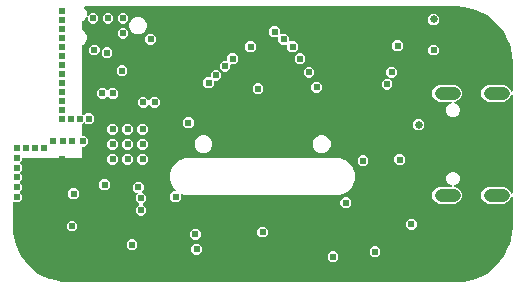
<source format=gbr>
G04 EAGLE Gerber RS-274X export*
G75*
%MOMM*%
%FSLAX34Y34*%
%LPD*%
%INEAGLE Copper Layer 15*%
%IPPOS*%
%AMOC8*
5,1,8,0,0,1.08239X$1,22.5*%
G01*
%ADD10C,1.108000*%
%ADD11C,0.604800*%
%ADD12C,1.108000*%
%ADD13C,0.654800*%

G36*
X165016Y-116695D02*
X165016Y-116695D01*
X165043Y-116696D01*
X170186Y-116407D01*
X170217Y-116400D01*
X170313Y-116389D01*
X180341Y-114100D01*
X180342Y-114100D01*
X180344Y-114100D01*
X180502Y-114044D01*
X189770Y-109581D01*
X189771Y-109580D01*
X189772Y-109580D01*
X189914Y-109490D01*
X197956Y-103077D01*
X197957Y-103076D01*
X197958Y-103075D01*
X198077Y-102956D01*
X204490Y-94914D01*
X204491Y-94913D01*
X204492Y-94912D01*
X204581Y-94770D01*
X209044Y-85502D01*
X209045Y-85501D01*
X209045Y-85500D01*
X209100Y-85341D01*
X211389Y-75313D01*
X211391Y-75281D01*
X211407Y-75186D01*
X211696Y-70043D01*
X211694Y-70026D01*
X211697Y-70000D01*
X211697Y-45095D01*
X211682Y-44998D01*
X211672Y-44901D01*
X211662Y-44878D01*
X211658Y-44852D01*
X211612Y-44766D01*
X211572Y-44677D01*
X211555Y-44657D01*
X211542Y-44634D01*
X211472Y-44567D01*
X211406Y-44496D01*
X211383Y-44483D01*
X211364Y-44465D01*
X211276Y-44424D01*
X211190Y-44377D01*
X211165Y-44372D01*
X211141Y-44361D01*
X211044Y-44351D01*
X210948Y-44333D01*
X210922Y-44337D01*
X210897Y-44334D01*
X210801Y-44355D01*
X210705Y-44369D01*
X210682Y-44381D01*
X210656Y-44387D01*
X210573Y-44436D01*
X210486Y-44481D01*
X210467Y-44499D01*
X210445Y-44513D01*
X210382Y-44587D01*
X210314Y-44656D01*
X210298Y-44685D01*
X210285Y-44700D01*
X210273Y-44730D01*
X210233Y-44803D01*
X209239Y-47202D01*
X207252Y-49189D01*
X204655Y-50265D01*
X190765Y-50265D01*
X188168Y-49189D01*
X186181Y-47202D01*
X185105Y-44605D01*
X185105Y-41795D01*
X186181Y-39198D01*
X188168Y-37211D01*
X190765Y-36135D01*
X204655Y-36135D01*
X207252Y-37211D01*
X209239Y-39198D01*
X210233Y-41597D01*
X210284Y-41680D01*
X210330Y-41766D01*
X210348Y-41784D01*
X210362Y-41806D01*
X210438Y-41868D01*
X210508Y-41935D01*
X210532Y-41946D01*
X210552Y-41963D01*
X210643Y-41998D01*
X210731Y-42039D01*
X210757Y-42041D01*
X210781Y-42051D01*
X210879Y-42055D01*
X210975Y-42066D01*
X211001Y-42060D01*
X211027Y-42061D01*
X211121Y-42034D01*
X211216Y-42013D01*
X211238Y-42000D01*
X211263Y-41993D01*
X211343Y-41937D01*
X211427Y-41887D01*
X211444Y-41867D01*
X211465Y-41852D01*
X211524Y-41774D01*
X211587Y-41700D01*
X211597Y-41676D01*
X211612Y-41655D01*
X211642Y-41563D01*
X211679Y-41472D01*
X211682Y-41440D01*
X211688Y-41421D01*
X211688Y-41388D01*
X211697Y-41305D01*
X211697Y41305D01*
X211682Y41402D01*
X211672Y41499D01*
X211662Y41522D01*
X211658Y41548D01*
X211612Y41634D01*
X211572Y41723D01*
X211555Y41743D01*
X211542Y41766D01*
X211472Y41833D01*
X211406Y41904D01*
X211383Y41917D01*
X211364Y41935D01*
X211276Y41976D01*
X211190Y42023D01*
X211165Y42028D01*
X211141Y42039D01*
X211044Y42049D01*
X210948Y42067D01*
X210922Y42063D01*
X210897Y42066D01*
X210801Y42045D01*
X210705Y42031D01*
X210682Y42019D01*
X210656Y42013D01*
X210573Y41964D01*
X210486Y41919D01*
X210467Y41901D01*
X210445Y41887D01*
X210382Y41813D01*
X210314Y41744D01*
X210298Y41715D01*
X210285Y41700D01*
X210273Y41670D01*
X210233Y41597D01*
X209239Y39198D01*
X207252Y37211D01*
X204655Y36135D01*
X190765Y36135D01*
X188168Y37211D01*
X186181Y39198D01*
X185105Y41795D01*
X185105Y44605D01*
X186181Y47202D01*
X188168Y49189D01*
X190765Y50265D01*
X204655Y50265D01*
X207252Y49189D01*
X209239Y47202D01*
X210233Y44803D01*
X210284Y44720D01*
X210330Y44634D01*
X210348Y44616D01*
X210362Y44594D01*
X210438Y44532D01*
X210508Y44465D01*
X210532Y44454D01*
X210552Y44437D01*
X210643Y44402D01*
X210731Y44361D01*
X210757Y44359D01*
X210781Y44349D01*
X210879Y44345D01*
X210975Y44334D01*
X211001Y44340D01*
X211027Y44339D01*
X211121Y44366D01*
X211216Y44387D01*
X211238Y44400D01*
X211263Y44407D01*
X211343Y44463D01*
X211427Y44513D01*
X211444Y44533D01*
X211465Y44548D01*
X211524Y44626D01*
X211587Y44700D01*
X211597Y44724D01*
X211612Y44745D01*
X211642Y44837D01*
X211679Y44928D01*
X211682Y44960D01*
X211688Y44979D01*
X211688Y45012D01*
X211697Y45095D01*
X211697Y70000D01*
X211695Y70016D01*
X211696Y70043D01*
X211407Y75186D01*
X211400Y75217D01*
X211389Y75313D01*
X209100Y85341D01*
X209100Y85342D01*
X209100Y85344D01*
X209044Y85502D01*
X204581Y94770D01*
X204580Y94771D01*
X204580Y94772D01*
X204490Y94914D01*
X198077Y102956D01*
X198076Y102957D01*
X198075Y102958D01*
X197956Y103077D01*
X189914Y109490D01*
X189913Y109491D01*
X189912Y109492D01*
X189770Y109581D01*
X180502Y114044D01*
X180501Y114045D01*
X180500Y114045D01*
X180341Y114100D01*
X177695Y114704D01*
X174360Y115466D01*
X171025Y116227D01*
X170313Y116389D01*
X170281Y116391D01*
X170186Y116407D01*
X165043Y116696D01*
X165026Y116694D01*
X165000Y116697D01*
X-150269Y116697D01*
X-150340Y116686D01*
X-150411Y116684D01*
X-150460Y116666D01*
X-150512Y116658D01*
X-150575Y116624D01*
X-150642Y116599D01*
X-150683Y116567D01*
X-150729Y116542D01*
X-150778Y116490D01*
X-150834Y116446D01*
X-150862Y116402D01*
X-150898Y116364D01*
X-150929Y116299D01*
X-150967Y116239D01*
X-150980Y116188D01*
X-151002Y116141D01*
X-151010Y116070D01*
X-151027Y116000D01*
X-151023Y115948D01*
X-151029Y115897D01*
X-151014Y115826D01*
X-151008Y115755D01*
X-150988Y115707D01*
X-150977Y115656D01*
X-150940Y115595D01*
X-150912Y115529D01*
X-150867Y115473D01*
X-150851Y115445D01*
X-150833Y115430D01*
X-150807Y115398D01*
X-150029Y114620D01*
X-148919Y111940D01*
X-148919Y109541D01*
X-148908Y109471D01*
X-148906Y109399D01*
X-148888Y109350D01*
X-148880Y109299D01*
X-148846Y109235D01*
X-148821Y109168D01*
X-148789Y109127D01*
X-148764Y109081D01*
X-148712Y109032D01*
X-148668Y108976D01*
X-148624Y108948D01*
X-148586Y108912D01*
X-148521Y108882D01*
X-148461Y108843D01*
X-148410Y108830D01*
X-148363Y108808D01*
X-148292Y108800D01*
X-148222Y108783D01*
X-148170Y108787D01*
X-148119Y108781D01*
X-148048Y108796D01*
X-147977Y108802D01*
X-147929Y108822D01*
X-147878Y108833D01*
X-147817Y108870D01*
X-147751Y108898D01*
X-147695Y108943D01*
X-147667Y108960D01*
X-147652Y108977D01*
X-147620Y109003D01*
X-145394Y111229D01*
X-141626Y111229D01*
X-138961Y108564D01*
X-138961Y104796D01*
X-141626Y102131D01*
X-145394Y102131D01*
X-148059Y104796D01*
X-148059Y107290D01*
X-148074Y107386D01*
X-148084Y107483D01*
X-148094Y107507D01*
X-148098Y107533D01*
X-148144Y107619D01*
X-148184Y107708D01*
X-148201Y107727D01*
X-148214Y107750D01*
X-148284Y107817D01*
X-148350Y107889D01*
X-148373Y107902D01*
X-148392Y107920D01*
X-148480Y107961D01*
X-148566Y108008D01*
X-148591Y108012D01*
X-148615Y108023D01*
X-148712Y108034D01*
X-148808Y108051D01*
X-148834Y108048D01*
X-148859Y108051D01*
X-148955Y108030D01*
X-149051Y108016D01*
X-149074Y108004D01*
X-149100Y107998D01*
X-149183Y107948D01*
X-149270Y107904D01*
X-149289Y107885D01*
X-149311Y107872D01*
X-149374Y107798D01*
X-149442Y107729D01*
X-149458Y107700D01*
X-149471Y107685D01*
X-149483Y107654D01*
X-149523Y107582D01*
X-150029Y106360D01*
X-152080Y104309D01*
X-152691Y104056D01*
X-152791Y103994D01*
X-152891Y103935D01*
X-152895Y103930D01*
X-152900Y103926D01*
X-152975Y103836D01*
X-153051Y103748D01*
X-153053Y103742D01*
X-153057Y103737D01*
X-153099Y103628D01*
X-153143Y103519D01*
X-153144Y103512D01*
X-153145Y103507D01*
X-153146Y103489D01*
X-153161Y103353D01*
X-153161Y97307D01*
X-153142Y97193D01*
X-153125Y97076D01*
X-153123Y97071D01*
X-153122Y97064D01*
X-153067Y96962D01*
X-153014Y96857D01*
X-153009Y96853D01*
X-153006Y96847D01*
X-152922Y96767D01*
X-152838Y96685D01*
X-152832Y96681D01*
X-152828Y96678D01*
X-152811Y96670D01*
X-152691Y96604D01*
X-152080Y96351D01*
X-150029Y94300D01*
X-148919Y91620D01*
X-148919Y88720D01*
X-150029Y86040D01*
X-152080Y83989D01*
X-152691Y83736D01*
X-152791Y83674D01*
X-152891Y83615D01*
X-152895Y83610D01*
X-152900Y83606D01*
X-152975Y83516D01*
X-153051Y83428D01*
X-153053Y83422D01*
X-153057Y83417D01*
X-153099Y83308D01*
X-153143Y83199D01*
X-153144Y83192D01*
X-153145Y83187D01*
X-153146Y83169D01*
X-153161Y83033D01*
X-153161Y26559D01*
X-153147Y26469D01*
X-153139Y26378D01*
X-153127Y26349D01*
X-153122Y26317D01*
X-153079Y26236D01*
X-153043Y26152D01*
X-153017Y26120D01*
X-153006Y26099D01*
X-152983Y26077D01*
X-152938Y26021D01*
X-151668Y24751D01*
X-151652Y24740D01*
X-151640Y24724D01*
X-151552Y24668D01*
X-151469Y24608D01*
X-151450Y24602D01*
X-151433Y24591D01*
X-151332Y24566D01*
X-151233Y24535D01*
X-151214Y24536D01*
X-151194Y24531D01*
X-151091Y24539D01*
X-150988Y24542D01*
X-150969Y24549D01*
X-150949Y24550D01*
X-150854Y24590D01*
X-150757Y24626D01*
X-150741Y24639D01*
X-150723Y24646D01*
X-150592Y24751D01*
X-149204Y26139D01*
X-145436Y26139D01*
X-142771Y23474D01*
X-142771Y19706D01*
X-145436Y17041D01*
X-149204Y17041D01*
X-150592Y18429D01*
X-150608Y18440D01*
X-150620Y18456D01*
X-150708Y18512D01*
X-150791Y18572D01*
X-150810Y18578D01*
X-150827Y18589D01*
X-150928Y18614D01*
X-151027Y18645D01*
X-151046Y18644D01*
X-151066Y18649D01*
X-151169Y18641D01*
X-151272Y18638D01*
X-151291Y18631D01*
X-151311Y18630D01*
X-151406Y18590D01*
X-151503Y18554D01*
X-151519Y18541D01*
X-151537Y18534D01*
X-151668Y18429D01*
X-152938Y17159D01*
X-152991Y17085D01*
X-153051Y17015D01*
X-153063Y16985D01*
X-153082Y16959D01*
X-153109Y16872D01*
X-153143Y16787D01*
X-153147Y16746D01*
X-153154Y16724D01*
X-153153Y16692D01*
X-153161Y16621D01*
X-153161Y7930D01*
X-153158Y7910D01*
X-153160Y7891D01*
X-153138Y7789D01*
X-153122Y7687D01*
X-153112Y7670D01*
X-153108Y7650D01*
X-153055Y7561D01*
X-153006Y7470D01*
X-152992Y7456D01*
X-152982Y7439D01*
X-152903Y7372D01*
X-152828Y7300D01*
X-152810Y7292D01*
X-152795Y7279D01*
X-152699Y7240D01*
X-152605Y7197D01*
X-152585Y7195D01*
X-152567Y7187D01*
X-152400Y7169D01*
X-150516Y7169D01*
X-147851Y4504D01*
X-147851Y736D01*
X-150516Y-1929D01*
X-152400Y-1929D01*
X-152420Y-1932D01*
X-152439Y-1930D01*
X-152541Y-1952D01*
X-152643Y-1968D01*
X-152660Y-1978D01*
X-152680Y-1982D01*
X-152769Y-2035D01*
X-152860Y-2084D01*
X-152874Y-2098D01*
X-152891Y-2108D01*
X-152958Y-2187D01*
X-153030Y-2262D01*
X-153038Y-2280D01*
X-153051Y-2295D01*
X-153090Y-2391D01*
X-153133Y-2485D01*
X-153135Y-2505D01*
X-153143Y-2523D01*
X-153161Y-2690D01*
X-153161Y-11939D01*
X-202970Y-11939D01*
X-202990Y-11942D01*
X-203009Y-11940D01*
X-203111Y-11962D01*
X-203213Y-11979D01*
X-203230Y-11988D01*
X-203250Y-11992D01*
X-203339Y-12045D01*
X-203430Y-12094D01*
X-203444Y-12108D01*
X-203461Y-12118D01*
X-203528Y-12197D01*
X-203600Y-12272D01*
X-203608Y-12290D01*
X-203621Y-12305D01*
X-203660Y-12401D01*
X-203703Y-12495D01*
X-203705Y-12515D01*
X-203713Y-12533D01*
X-203731Y-12700D01*
X-203731Y-13314D01*
X-205436Y-15019D01*
X-205448Y-15035D01*
X-205464Y-15048D01*
X-205520Y-15135D01*
X-205580Y-15219D01*
X-205586Y-15238D01*
X-205597Y-15255D01*
X-205622Y-15355D01*
X-205652Y-15454D01*
X-205652Y-15474D01*
X-205657Y-15493D01*
X-205649Y-15596D01*
X-205646Y-15700D01*
X-205639Y-15719D01*
X-205637Y-15738D01*
X-205597Y-15833D01*
X-205561Y-15931D01*
X-205549Y-15947D01*
X-205541Y-15965D01*
X-205436Y-16096D01*
X-203731Y-17801D01*
X-203731Y-21569D01*
X-205436Y-23274D01*
X-205448Y-23290D01*
X-205464Y-23303D01*
X-205520Y-23390D01*
X-205580Y-23474D01*
X-205586Y-23493D01*
X-205597Y-23510D01*
X-205622Y-23610D01*
X-205652Y-23709D01*
X-205652Y-23729D01*
X-205657Y-23748D01*
X-205649Y-23851D01*
X-205646Y-23955D01*
X-205639Y-23974D01*
X-205637Y-23993D01*
X-205597Y-24087D01*
X-205594Y-24105D01*
X-205587Y-24116D01*
X-205561Y-24186D01*
X-205549Y-24202D01*
X-205541Y-24220D01*
X-205477Y-24300D01*
X-205468Y-24316D01*
X-205458Y-24324D01*
X-205436Y-24351D01*
X-203731Y-26056D01*
X-203731Y-29824D01*
X-205436Y-31529D01*
X-205448Y-31545D01*
X-205464Y-31558D01*
X-205520Y-31645D01*
X-205580Y-31729D01*
X-205586Y-31748D01*
X-205597Y-31765D01*
X-205622Y-31865D01*
X-205652Y-31964D01*
X-205652Y-31984D01*
X-205657Y-32003D01*
X-205649Y-32106D01*
X-205646Y-32210D01*
X-205639Y-32229D01*
X-205637Y-32248D01*
X-205597Y-32343D01*
X-205561Y-32441D01*
X-205549Y-32457D01*
X-205541Y-32475D01*
X-205436Y-32606D01*
X-203731Y-34311D01*
X-203731Y-38079D01*
X-205436Y-39784D01*
X-205448Y-39800D01*
X-205464Y-39813D01*
X-205520Y-39900D01*
X-205580Y-39984D01*
X-205586Y-40003D01*
X-205597Y-40020D01*
X-205622Y-40120D01*
X-205652Y-40219D01*
X-205652Y-40239D01*
X-205657Y-40258D01*
X-205649Y-40361D01*
X-205646Y-40465D01*
X-205639Y-40484D01*
X-205637Y-40503D01*
X-205597Y-40598D01*
X-205561Y-40696D01*
X-205549Y-40712D01*
X-205541Y-40730D01*
X-205436Y-40861D01*
X-203731Y-42566D01*
X-203731Y-46334D01*
X-206396Y-48999D01*
X-210164Y-48999D01*
X-210398Y-48765D01*
X-210456Y-48723D01*
X-210508Y-48674D01*
X-210555Y-48652D01*
X-210597Y-48622D01*
X-210666Y-48601D01*
X-210731Y-48570D01*
X-210783Y-48565D01*
X-210833Y-48549D01*
X-210904Y-48551D01*
X-210975Y-48543D01*
X-211026Y-48554D01*
X-211078Y-48556D01*
X-211146Y-48580D01*
X-211216Y-48595D01*
X-211261Y-48622D01*
X-211309Y-48640D01*
X-211365Y-48685D01*
X-211427Y-48722D01*
X-211461Y-48761D01*
X-211501Y-48794D01*
X-211540Y-48854D01*
X-211587Y-48909D01*
X-211606Y-48957D01*
X-211634Y-49001D01*
X-211652Y-49070D01*
X-211679Y-49137D01*
X-211687Y-49208D01*
X-211695Y-49239D01*
X-211693Y-49262D01*
X-211697Y-49303D01*
X-211697Y-70000D01*
X-211695Y-70016D01*
X-211696Y-70043D01*
X-211407Y-75186D01*
X-211400Y-75217D01*
X-211389Y-75313D01*
X-209100Y-85341D01*
X-209100Y-85342D01*
X-209100Y-85344D01*
X-209044Y-85502D01*
X-204581Y-94770D01*
X-204580Y-94771D01*
X-204580Y-94772D01*
X-204490Y-94914D01*
X-198077Y-102956D01*
X-198076Y-102957D01*
X-198075Y-102958D01*
X-197956Y-103077D01*
X-189914Y-109490D01*
X-189913Y-109491D01*
X-189912Y-109492D01*
X-189770Y-109581D01*
X-180502Y-114044D01*
X-180501Y-114045D01*
X-180500Y-114045D01*
X-180341Y-114100D01*
X-179050Y-114395D01*
X-175715Y-115156D01*
X-172380Y-115918D01*
X-170313Y-116389D01*
X-170281Y-116391D01*
X-170186Y-116407D01*
X-165043Y-116696D01*
X-165026Y-116694D01*
X-165000Y-116697D01*
X165000Y-116697D01*
X165016Y-116695D01*
G37*
%LPC*%
G36*
X-75544Y-48999D02*
X-75544Y-48999D01*
X-78209Y-46334D01*
X-78209Y-42566D01*
X-75544Y-39901D01*
X-74105Y-39901D01*
X-74035Y-39890D01*
X-73963Y-39888D01*
X-73914Y-39870D01*
X-73863Y-39862D01*
X-73799Y-39828D01*
X-73732Y-39803D01*
X-73691Y-39771D01*
X-73645Y-39746D01*
X-73596Y-39694D01*
X-73540Y-39650D01*
X-73512Y-39606D01*
X-73476Y-39568D01*
X-73446Y-39503D01*
X-73407Y-39443D01*
X-73394Y-39392D01*
X-73372Y-39345D01*
X-73364Y-39274D01*
X-73347Y-39204D01*
X-73351Y-39152D01*
X-73345Y-39101D01*
X-73360Y-39030D01*
X-73366Y-38959D01*
X-73386Y-38911D01*
X-73397Y-38860D01*
X-73434Y-38799D01*
X-73462Y-38733D01*
X-73507Y-38677D01*
X-73524Y-38649D01*
X-73541Y-38634D01*
X-73567Y-38602D01*
X-75789Y-36380D01*
X-78176Y-30618D01*
X-78176Y-24382D01*
X-75789Y-18620D01*
X-71380Y-14211D01*
X-65618Y-11824D01*
X65618Y-11824D01*
X71380Y-14211D01*
X75789Y-18620D01*
X78176Y-24382D01*
X78176Y-30618D01*
X75789Y-36380D01*
X71380Y-40789D01*
X65618Y-43176D01*
X-65618Y-43176D01*
X-68059Y-42165D01*
X-68103Y-42154D01*
X-68145Y-42135D01*
X-68222Y-42126D01*
X-68298Y-42109D01*
X-68344Y-42113D01*
X-68389Y-42108D01*
X-68466Y-42124D01*
X-68543Y-42132D01*
X-68585Y-42150D01*
X-68630Y-42160D01*
X-68697Y-42200D01*
X-68768Y-42232D01*
X-68802Y-42263D01*
X-68841Y-42286D01*
X-68892Y-42345D01*
X-68949Y-42398D01*
X-68971Y-42438D01*
X-69001Y-42473D01*
X-69030Y-42545D01*
X-69067Y-42614D01*
X-69076Y-42659D01*
X-69093Y-42701D01*
X-69108Y-42838D01*
X-69111Y-42856D01*
X-69110Y-42861D01*
X-69111Y-42868D01*
X-69111Y-46334D01*
X-71776Y-48999D01*
X-75544Y-48999D01*
G37*
%LPD*%
%LPC*%
G36*
X149265Y-50265D02*
X149265Y-50265D01*
X146668Y-49189D01*
X144681Y-47202D01*
X143605Y-44605D01*
X143605Y-41795D01*
X144681Y-39198D01*
X146668Y-37211D01*
X149265Y-36135D01*
X159719Y-36135D01*
X159815Y-36120D01*
X159912Y-36110D01*
X159935Y-36100D01*
X159961Y-36096D01*
X160047Y-36050D01*
X160136Y-36010D01*
X160156Y-35993D01*
X160179Y-35980D01*
X160246Y-35910D01*
X160317Y-35844D01*
X160330Y-35821D01*
X160348Y-35802D01*
X160389Y-35714D01*
X160436Y-35628D01*
X160441Y-35603D01*
X160452Y-35579D01*
X160462Y-35482D01*
X160480Y-35386D01*
X160476Y-35360D01*
X160479Y-35335D01*
X160458Y-35239D01*
X160444Y-35143D01*
X160432Y-35120D01*
X160426Y-35094D01*
X160377Y-35011D01*
X160332Y-34924D01*
X160314Y-34905D01*
X160300Y-34883D01*
X160226Y-34820D01*
X160157Y-34752D01*
X160128Y-34736D01*
X160113Y-34723D01*
X160083Y-34711D01*
X160010Y-34671D01*
X157930Y-33809D01*
X156301Y-32180D01*
X155419Y-30052D01*
X155419Y-27748D01*
X156301Y-25620D01*
X157930Y-23991D01*
X160058Y-23109D01*
X162362Y-23109D01*
X164490Y-23991D01*
X166119Y-25620D01*
X167001Y-27748D01*
X167001Y-30052D01*
X166119Y-32180D01*
X164490Y-33809D01*
X162410Y-34671D01*
X162327Y-34722D01*
X162241Y-34768D01*
X162223Y-34786D01*
X162201Y-34800D01*
X162139Y-34876D01*
X162072Y-34946D01*
X162061Y-34970D01*
X162044Y-34990D01*
X162009Y-35081D01*
X161968Y-35169D01*
X161965Y-35195D01*
X161956Y-35219D01*
X161952Y-35317D01*
X161941Y-35413D01*
X161947Y-35439D01*
X161946Y-35465D01*
X161973Y-35559D01*
X161994Y-35654D01*
X162007Y-35676D01*
X162014Y-35701D01*
X162070Y-35781D01*
X162120Y-35865D01*
X162140Y-35882D01*
X162154Y-35903D01*
X162233Y-35962D01*
X162307Y-36025D01*
X162331Y-36035D01*
X162352Y-36050D01*
X162444Y-36080D01*
X162535Y-36117D01*
X162567Y-36120D01*
X162586Y-36126D01*
X162619Y-36126D01*
X162701Y-36135D01*
X163155Y-36135D01*
X165752Y-37211D01*
X167739Y-39198D01*
X168815Y-41795D01*
X168815Y-44605D01*
X167739Y-47202D01*
X165752Y-49189D01*
X163155Y-50265D01*
X149265Y-50265D01*
G37*
%LPD*%
%LPC*%
G36*
X160058Y23109D02*
X160058Y23109D01*
X157930Y23991D01*
X156301Y25620D01*
X155419Y27748D01*
X155419Y30052D01*
X156301Y32180D01*
X157930Y33809D01*
X160010Y34671D01*
X160093Y34722D01*
X160179Y34768D01*
X160197Y34786D01*
X160219Y34800D01*
X160281Y34876D01*
X160348Y34946D01*
X160359Y34970D01*
X160376Y34990D01*
X160411Y35081D01*
X160452Y35169D01*
X160455Y35195D01*
X160464Y35219D01*
X160468Y35317D01*
X160479Y35413D01*
X160473Y35439D01*
X160474Y35465D01*
X160447Y35559D01*
X160426Y35654D01*
X160413Y35676D01*
X160406Y35701D01*
X160350Y35781D01*
X160300Y35865D01*
X160280Y35882D01*
X160266Y35903D01*
X160187Y35962D01*
X160113Y36025D01*
X160089Y36035D01*
X160068Y36050D01*
X159976Y36080D01*
X159885Y36117D01*
X159853Y36120D01*
X159834Y36126D01*
X159801Y36126D01*
X159719Y36135D01*
X149265Y36135D01*
X146668Y37211D01*
X144681Y39198D01*
X143605Y41795D01*
X143605Y44605D01*
X144681Y47202D01*
X146668Y49189D01*
X149265Y50265D01*
X163155Y50265D01*
X165752Y49189D01*
X167739Y47202D01*
X168815Y44605D01*
X168815Y41795D01*
X167739Y39198D01*
X165752Y37211D01*
X163155Y36135D01*
X162701Y36135D01*
X162605Y36120D01*
X162508Y36110D01*
X162485Y36100D01*
X162459Y36096D01*
X162373Y36050D01*
X162284Y36010D01*
X162264Y35993D01*
X162241Y35980D01*
X162174Y35910D01*
X162103Y35844D01*
X162090Y35821D01*
X162072Y35802D01*
X162031Y35714D01*
X161984Y35628D01*
X161979Y35603D01*
X161968Y35579D01*
X161958Y35482D01*
X161940Y35386D01*
X161944Y35360D01*
X161941Y35335D01*
X161962Y35239D01*
X161976Y35143D01*
X161988Y35120D01*
X161994Y35094D01*
X162043Y35011D01*
X162088Y34924D01*
X162106Y34905D01*
X162120Y34883D01*
X162194Y34820D01*
X162263Y34752D01*
X162292Y34736D01*
X162307Y34723D01*
X162337Y34711D01*
X162410Y34671D01*
X164490Y33809D01*
X166119Y32180D01*
X167001Y30052D01*
X167001Y27748D01*
X166119Y25620D01*
X164490Y23991D01*
X162362Y23109D01*
X160058Y23109D01*
G37*
%LPD*%
%LPC*%
G36*
X23516Y78001D02*
X23516Y78001D01*
X20851Y80666D01*
X20851Y83701D01*
X20840Y83771D01*
X20838Y83843D01*
X20820Y83892D01*
X20812Y83943D01*
X20778Y84007D01*
X20753Y84074D01*
X20721Y84115D01*
X20696Y84161D01*
X20644Y84210D01*
X20600Y84266D01*
X20556Y84294D01*
X20518Y84330D01*
X20453Y84360D01*
X20393Y84399D01*
X20342Y84412D01*
X20295Y84434D01*
X20224Y84442D01*
X20154Y84459D01*
X20102Y84455D01*
X20051Y84461D01*
X19980Y84446D01*
X19909Y84440D01*
X19861Y84420D01*
X19810Y84409D01*
X19749Y84372D01*
X19701Y84351D01*
X15896Y84351D01*
X13231Y87016D01*
X13231Y90051D01*
X13220Y90121D01*
X13218Y90193D01*
X13200Y90242D01*
X13192Y90293D01*
X13158Y90357D01*
X13133Y90424D01*
X13101Y90465D01*
X13076Y90511D01*
X13024Y90560D01*
X12980Y90616D01*
X12936Y90644D01*
X12898Y90680D01*
X12833Y90710D01*
X12773Y90749D01*
X12722Y90762D01*
X12675Y90784D01*
X12604Y90792D01*
X12534Y90809D01*
X12482Y90805D01*
X12431Y90811D01*
X12360Y90796D01*
X12289Y90790D01*
X12241Y90770D01*
X12190Y90759D01*
X12129Y90722D01*
X12081Y90701D01*
X8276Y90701D01*
X5611Y93366D01*
X5611Y97134D01*
X8276Y99799D01*
X12044Y99799D01*
X14709Y97134D01*
X14709Y94099D01*
X14720Y94029D01*
X14722Y93957D01*
X14740Y93908D01*
X14748Y93857D01*
X14782Y93793D01*
X14807Y93726D01*
X14839Y93685D01*
X14864Y93639D01*
X14916Y93590D01*
X14960Y93534D01*
X15004Y93506D01*
X15042Y93470D01*
X15107Y93440D01*
X15167Y93401D01*
X15218Y93388D01*
X15265Y93366D01*
X15336Y93358D01*
X15406Y93341D01*
X15458Y93345D01*
X15509Y93339D01*
X15580Y93354D01*
X15651Y93360D01*
X15699Y93380D01*
X15750Y93391D01*
X15811Y93428D01*
X15859Y93449D01*
X19664Y93449D01*
X22329Y90784D01*
X22329Y87749D01*
X22340Y87679D01*
X22342Y87607D01*
X22360Y87558D01*
X22368Y87507D01*
X22402Y87443D01*
X22427Y87376D01*
X22459Y87335D01*
X22484Y87289D01*
X22536Y87240D01*
X22580Y87184D01*
X22624Y87156D01*
X22662Y87120D01*
X22727Y87090D01*
X22787Y87051D01*
X22838Y87038D01*
X22885Y87016D01*
X22956Y87008D01*
X23026Y86991D01*
X23078Y86995D01*
X23129Y86989D01*
X23200Y87004D01*
X23271Y87010D01*
X23319Y87030D01*
X23370Y87041D01*
X23431Y87078D01*
X23479Y87099D01*
X27284Y87099D01*
X29949Y84434D01*
X29949Y80666D01*
X27284Y78001D01*
X23516Y78001D01*
G37*
%LPD*%
%LPC*%
G36*
X-104754Y-60429D02*
X-104754Y-60429D01*
X-107419Y-57764D01*
X-107419Y-53996D01*
X-104761Y-51338D01*
X-104750Y-51322D01*
X-104734Y-51310D01*
X-104678Y-51222D01*
X-104618Y-51139D01*
X-104612Y-51120D01*
X-104601Y-51103D01*
X-104576Y-51002D01*
X-104545Y-50903D01*
X-104546Y-50884D01*
X-104541Y-50864D01*
X-104549Y-50761D01*
X-104552Y-50658D01*
X-104559Y-50639D01*
X-104560Y-50619D01*
X-104600Y-50524D01*
X-104636Y-50427D01*
X-104649Y-50411D01*
X-104656Y-50393D01*
X-104761Y-50262D01*
X-107419Y-47604D01*
X-107419Y-43836D01*
X-106003Y-42420D01*
X-105961Y-42362D01*
X-105912Y-42310D01*
X-105890Y-42262D01*
X-105859Y-42220D01*
X-105838Y-42152D01*
X-105808Y-42087D01*
X-105802Y-42035D01*
X-105787Y-41985D01*
X-105789Y-41913D01*
X-105781Y-41842D01*
X-105792Y-41791D01*
X-105793Y-41739D01*
X-105818Y-41672D01*
X-105833Y-41602D01*
X-105860Y-41557D01*
X-105878Y-41508D01*
X-105923Y-41452D01*
X-105959Y-41391D01*
X-105999Y-41357D01*
X-106031Y-41316D01*
X-106092Y-41277D01*
X-106146Y-41231D01*
X-106195Y-41211D01*
X-106238Y-41183D01*
X-106308Y-41166D01*
X-106374Y-41139D01*
X-106446Y-41131D01*
X-106477Y-41123D01*
X-106500Y-41125D01*
X-106541Y-41120D01*
X-107036Y-41120D01*
X-109700Y-38456D01*
X-109700Y-34687D01*
X-107036Y-32023D01*
X-103267Y-32023D01*
X-100603Y-34687D01*
X-100603Y-38456D01*
X-102019Y-39872D01*
X-102061Y-39930D01*
X-102110Y-39982D01*
X-102132Y-40029D01*
X-102162Y-40071D01*
X-102183Y-40140D01*
X-102214Y-40205D01*
X-102219Y-40257D01*
X-102235Y-40307D01*
X-102233Y-40378D01*
X-102241Y-40449D01*
X-102230Y-40500D01*
X-102228Y-40552D01*
X-102204Y-40620D01*
X-102189Y-40690D01*
X-102162Y-40735D01*
X-102144Y-40783D01*
X-102099Y-40839D01*
X-102062Y-40901D01*
X-102023Y-40935D01*
X-101990Y-40975D01*
X-101930Y-41014D01*
X-101875Y-41061D01*
X-101827Y-41080D01*
X-101783Y-41108D01*
X-101714Y-41126D01*
X-101647Y-41153D01*
X-101576Y-41161D01*
X-101545Y-41169D01*
X-101522Y-41167D01*
X-101481Y-41171D01*
X-100986Y-41171D01*
X-98321Y-43836D01*
X-98321Y-47604D01*
X-100979Y-50262D01*
X-100990Y-50278D01*
X-101006Y-50290D01*
X-101062Y-50378D01*
X-101122Y-50461D01*
X-101128Y-50480D01*
X-101139Y-50497D01*
X-101164Y-50598D01*
X-101195Y-50697D01*
X-101194Y-50716D01*
X-101199Y-50736D01*
X-101191Y-50839D01*
X-101188Y-50942D01*
X-101181Y-50961D01*
X-101180Y-50981D01*
X-101140Y-51076D01*
X-101104Y-51173D01*
X-101091Y-51189D01*
X-101084Y-51207D01*
X-100979Y-51338D01*
X-98321Y-53996D01*
X-98321Y-57764D01*
X-100986Y-60429D01*
X-104754Y-60429D01*
G37*
%LPD*%
%LPC*%
G36*
X-51500Y-7541D02*
X-51500Y-7541D01*
X-54272Y-6393D01*
X-56393Y-4272D01*
X-57541Y-1500D01*
X-57541Y1500D01*
X-56393Y4272D01*
X-54272Y6393D01*
X-51500Y7541D01*
X-48500Y7541D01*
X-45728Y6393D01*
X-43607Y4272D01*
X-42459Y1500D01*
X-42459Y-1500D01*
X-43607Y-4272D01*
X-45728Y-6393D01*
X-48500Y-7541D01*
X-51500Y-7541D01*
G37*
%LPD*%
%LPC*%
G36*
X48500Y-7541D02*
X48500Y-7541D01*
X45728Y-6393D01*
X43607Y-4272D01*
X42459Y-1500D01*
X42459Y1500D01*
X43607Y4272D01*
X45728Y6393D01*
X48500Y7541D01*
X51500Y7541D01*
X54272Y6393D01*
X56393Y4272D01*
X57541Y1500D01*
X57541Y-1500D01*
X56393Y-4272D01*
X54272Y-6393D01*
X51500Y-7541D01*
X48500Y-7541D01*
G37*
%LPD*%
%LPC*%
G36*
X-106860Y93039D02*
X-106860Y93039D01*
X-109540Y94149D01*
X-111591Y96200D01*
X-112701Y98880D01*
X-112701Y101780D01*
X-111591Y104460D01*
X-109540Y106511D01*
X-106860Y107621D01*
X-103960Y107621D01*
X-101280Y106511D01*
X-99229Y104460D01*
X-98119Y101780D01*
X-98119Y98880D01*
X-99229Y96200D01*
X-101280Y94149D01*
X-103960Y93039D01*
X-106860Y93039D01*
G37*
%LPD*%
%LPC*%
G36*
X-102878Y31011D02*
X-102878Y31011D01*
X-105543Y33676D01*
X-105543Y37444D01*
X-102878Y40109D01*
X-99110Y40109D01*
X-96755Y37754D01*
X-96739Y37743D01*
X-96727Y37727D01*
X-96639Y37671D01*
X-96556Y37611D01*
X-96537Y37605D01*
X-96520Y37594D01*
X-96419Y37569D01*
X-96320Y37538D01*
X-96301Y37539D01*
X-96281Y37534D01*
X-96178Y37542D01*
X-96075Y37545D01*
X-96056Y37552D01*
X-96036Y37553D01*
X-95941Y37593D01*
X-95844Y37629D01*
X-95828Y37642D01*
X-95810Y37649D01*
X-95679Y37754D01*
X-93324Y40109D01*
X-89556Y40109D01*
X-86891Y37444D01*
X-86891Y33676D01*
X-89556Y31011D01*
X-93324Y31011D01*
X-95679Y33366D01*
X-95695Y33377D01*
X-95707Y33393D01*
X-95795Y33449D01*
X-95878Y33509D01*
X-95897Y33515D01*
X-95914Y33526D01*
X-96015Y33551D01*
X-96114Y33582D01*
X-96133Y33581D01*
X-96153Y33586D01*
X-96256Y33578D01*
X-96359Y33575D01*
X-96378Y33568D01*
X-96398Y33567D01*
X-96493Y33527D01*
X-96590Y33491D01*
X-96606Y33478D01*
X-96624Y33471D01*
X-96755Y33366D01*
X-99110Y31011D01*
X-102878Y31011D01*
G37*
%LPD*%
%LPC*%
G36*
X103526Y46251D02*
X103526Y46251D01*
X100861Y48916D01*
X100861Y52684D01*
X103526Y55349D01*
X106561Y55349D01*
X106631Y55360D01*
X106703Y55362D01*
X106752Y55380D01*
X106803Y55388D01*
X106867Y55422D01*
X106934Y55447D01*
X106975Y55479D01*
X107021Y55504D01*
X107070Y55556D01*
X107126Y55600D01*
X107154Y55644D01*
X107190Y55682D01*
X107220Y55747D01*
X107259Y55807D01*
X107272Y55858D01*
X107294Y55905D01*
X107302Y55976D01*
X107319Y56046D01*
X107315Y56098D01*
X107321Y56149D01*
X107306Y56220D01*
X107300Y56291D01*
X107280Y56339D01*
X107269Y56390D01*
X107232Y56451D01*
X107204Y56517D01*
X107159Y56573D01*
X107142Y56601D01*
X107125Y56616D01*
X107099Y56648D01*
X104671Y59076D01*
X104671Y62844D01*
X107336Y65509D01*
X111104Y65509D01*
X113769Y62844D01*
X113769Y59076D01*
X111104Y56411D01*
X108069Y56411D01*
X107999Y56400D01*
X107927Y56398D01*
X107878Y56380D01*
X107827Y56372D01*
X107763Y56338D01*
X107696Y56313D01*
X107655Y56281D01*
X107609Y56256D01*
X107560Y56204D01*
X107504Y56160D01*
X107476Y56116D01*
X107440Y56078D01*
X107410Y56013D01*
X107371Y55953D01*
X107358Y55902D01*
X107336Y55855D01*
X107328Y55784D01*
X107311Y55714D01*
X107315Y55662D01*
X107309Y55611D01*
X107324Y55540D01*
X107330Y55469D01*
X107350Y55421D01*
X107361Y55370D01*
X107398Y55309D01*
X107426Y55243D01*
X107471Y55187D01*
X107488Y55159D01*
X107505Y55144D01*
X107531Y55112D01*
X109959Y52684D01*
X109959Y48916D01*
X107294Y46251D01*
X103526Y46251D01*
G37*
%LPD*%
%LPC*%
G36*
X-47604Y47521D02*
X-47604Y47521D01*
X-50269Y50186D01*
X-50269Y53954D01*
X-47604Y56619D01*
X-44680Y56619D01*
X-44660Y56622D01*
X-44641Y56620D01*
X-44539Y56642D01*
X-44437Y56658D01*
X-44420Y56668D01*
X-44400Y56672D01*
X-44311Y56725D01*
X-44220Y56774D01*
X-44206Y56788D01*
X-44189Y56798D01*
X-44122Y56877D01*
X-44050Y56952D01*
X-44042Y56970D01*
X-44029Y56985D01*
X-43990Y57081D01*
X-43947Y57175D01*
X-43945Y57195D01*
X-43937Y57213D01*
X-43919Y57380D01*
X-43919Y60304D01*
X-41254Y62969D01*
X-37486Y62969D01*
X-34821Y60304D01*
X-34821Y56536D01*
X-37486Y53871D01*
X-40410Y53871D01*
X-40430Y53868D01*
X-40449Y53870D01*
X-40551Y53848D01*
X-40653Y53832D01*
X-40670Y53822D01*
X-40690Y53818D01*
X-40779Y53765D01*
X-40870Y53716D01*
X-40884Y53702D01*
X-40901Y53692D01*
X-40968Y53613D01*
X-41040Y53538D01*
X-41048Y53520D01*
X-41061Y53505D01*
X-41100Y53409D01*
X-41143Y53315D01*
X-41145Y53295D01*
X-41153Y53277D01*
X-41171Y53110D01*
X-41171Y50186D01*
X-43836Y47521D01*
X-47604Y47521D01*
G37*
%LPD*%
%LPC*%
G36*
X-33634Y61491D02*
X-33634Y61491D01*
X-36299Y64156D01*
X-36299Y67924D01*
X-33634Y70589D01*
X-30710Y70589D01*
X-30690Y70592D01*
X-30671Y70590D01*
X-30569Y70612D01*
X-30467Y70628D01*
X-30450Y70638D01*
X-30430Y70642D01*
X-30341Y70695D01*
X-30250Y70744D01*
X-30236Y70758D01*
X-30219Y70768D01*
X-30152Y70847D01*
X-30080Y70922D01*
X-30072Y70940D01*
X-30059Y70955D01*
X-30020Y71051D01*
X-29977Y71145D01*
X-29975Y71165D01*
X-29967Y71183D01*
X-29949Y71350D01*
X-29949Y74274D01*
X-27284Y76939D01*
X-23516Y76939D01*
X-20851Y74274D01*
X-20851Y70506D01*
X-23516Y67841D01*
X-26440Y67841D01*
X-26460Y67838D01*
X-26479Y67840D01*
X-26581Y67818D01*
X-26683Y67802D01*
X-26700Y67792D01*
X-26720Y67788D01*
X-26809Y67735D01*
X-26900Y67686D01*
X-26914Y67672D01*
X-26931Y67662D01*
X-26998Y67583D01*
X-27070Y67508D01*
X-27078Y67490D01*
X-27091Y67475D01*
X-27130Y67379D01*
X-27173Y67285D01*
X-27175Y67265D01*
X-27183Y67247D01*
X-27201Y67080D01*
X-27201Y64156D01*
X-29866Y61491D01*
X-33634Y61491D01*
G37*
%LPD*%
%LPC*%
G36*
X-128884Y38551D02*
X-128884Y38551D01*
X-130947Y40614D01*
X-130963Y40625D01*
X-130975Y40641D01*
X-131063Y40697D01*
X-131146Y40757D01*
X-131165Y40763D01*
X-131182Y40774D01*
X-131283Y40799D01*
X-131382Y40830D01*
X-131401Y40829D01*
X-131421Y40834D01*
X-131524Y40826D01*
X-131627Y40823D01*
X-131646Y40816D01*
X-131666Y40815D01*
X-131761Y40775D01*
X-131858Y40739D01*
X-131874Y40726D01*
X-131892Y40719D01*
X-132023Y40614D01*
X-134006Y38631D01*
X-137774Y38631D01*
X-140439Y41296D01*
X-140439Y45064D01*
X-137774Y47729D01*
X-134006Y47729D01*
X-131943Y45666D01*
X-131927Y45655D01*
X-131915Y45639D01*
X-131850Y45598D01*
X-131806Y45559D01*
X-131781Y45549D01*
X-131744Y45523D01*
X-131725Y45517D01*
X-131708Y45506D01*
X-131615Y45483D01*
X-131578Y45467D01*
X-131557Y45465D01*
X-131508Y45450D01*
X-131489Y45451D01*
X-131469Y45446D01*
X-131419Y45450D01*
X-131411Y45449D01*
X-131399Y45449D01*
X-131372Y45454D01*
X-131366Y45454D01*
X-131263Y45457D01*
X-131244Y45464D01*
X-131224Y45465D01*
X-131176Y45486D01*
X-131156Y45489D01*
X-131116Y45510D01*
X-131032Y45541D01*
X-131016Y45554D01*
X-130998Y45561D01*
X-130955Y45595D01*
X-130939Y45604D01*
X-130921Y45622D01*
X-130867Y45666D01*
X-128884Y47649D01*
X-125116Y47649D01*
X-122451Y44984D01*
X-122451Y41216D01*
X-125116Y38551D01*
X-128884Y38551D01*
G37*
%LPD*%
%LPC*%
G36*
X130092Y11711D02*
X130092Y11711D01*
X127281Y14522D01*
X127281Y18498D01*
X130092Y21309D01*
X134068Y21309D01*
X136879Y18498D01*
X136879Y14522D01*
X134068Y11711D01*
X130092Y11711D01*
G37*
%LPD*%
%LPC*%
G36*
X142792Y100912D02*
X142792Y100912D01*
X139981Y103723D01*
X139981Y107699D01*
X142792Y110510D01*
X146768Y110510D01*
X149579Y107699D01*
X149579Y103723D01*
X146768Y100912D01*
X142792Y100912D01*
G37*
%LPD*%
%LPC*%
G36*
X-120944Y57821D02*
X-120944Y57821D01*
X-123609Y60486D01*
X-123609Y64254D01*
X-120944Y66919D01*
X-117176Y66919D01*
X-114511Y64254D01*
X-114511Y60486D01*
X-117176Y57821D01*
X-120944Y57821D01*
G37*
%LPD*%
%LPC*%
G36*
X37486Y56411D02*
X37486Y56411D01*
X34821Y59076D01*
X34821Y62844D01*
X37486Y65509D01*
X41254Y65509D01*
X43919Y62844D01*
X43919Y59076D01*
X41254Y56411D01*
X37486Y56411D01*
G37*
%LPD*%
%LPC*%
G36*
X29866Y67841D02*
X29866Y67841D01*
X27201Y70506D01*
X27201Y74274D01*
X29866Y76939D01*
X33634Y76939D01*
X36299Y74274D01*
X36299Y70506D01*
X33634Y67841D01*
X29866Y67841D01*
G37*
%LPD*%
%LPC*%
G36*
X43836Y43711D02*
X43836Y43711D01*
X41171Y46376D01*
X41171Y50144D01*
X43836Y52809D01*
X47604Y52809D01*
X50269Y50144D01*
X50269Y46376D01*
X47604Y43711D01*
X43836Y43711D01*
G37*
%LPD*%
%LPC*%
G36*
X57806Y-99799D02*
X57806Y-99799D01*
X55141Y-97134D01*
X55141Y-93366D01*
X57806Y-90701D01*
X61574Y-90701D01*
X64239Y-93366D01*
X64239Y-97134D01*
X61574Y-99799D01*
X57806Y-99799D01*
G37*
%LPD*%
%LPC*%
G36*
X-133638Y72921D02*
X-133638Y72921D01*
X-136303Y75586D01*
X-136303Y79354D01*
X-133638Y82019D01*
X-129870Y82019D01*
X-127205Y79354D01*
X-127205Y75586D01*
X-129870Y72921D01*
X-133638Y72921D01*
G37*
%LPD*%
%LPC*%
G36*
X142896Y75160D02*
X142896Y75160D01*
X140231Y77825D01*
X140231Y81593D01*
X142896Y84258D01*
X146664Y84258D01*
X149329Y81593D01*
X149329Y77825D01*
X146664Y75160D01*
X142896Y75160D01*
G37*
%LPD*%
%LPC*%
G36*
X-144444Y75321D02*
X-144444Y75321D01*
X-147109Y77986D01*
X-147109Y81754D01*
X-144444Y84419D01*
X-140676Y84419D01*
X-138011Y81754D01*
X-138011Y77986D01*
X-140676Y75321D01*
X-144444Y75321D01*
G37*
%LPD*%
%LPC*%
G36*
X-64696Y13813D02*
X-64696Y13813D01*
X-67361Y16478D01*
X-67361Y20246D01*
X-64696Y22911D01*
X-60928Y22911D01*
X-58263Y20246D01*
X-58263Y16478D01*
X-60928Y13813D01*
X-64696Y13813D01*
G37*
%LPD*%
%LPC*%
G36*
X-12044Y78001D02*
X-12044Y78001D01*
X-14709Y80666D01*
X-14709Y84434D01*
X-12044Y87099D01*
X-8276Y87099D01*
X-5611Y84434D01*
X-5611Y80666D01*
X-8276Y78001D01*
X-12044Y78001D01*
G37*
%LPD*%
%LPC*%
G36*
X-103484Y8151D02*
X-103484Y8151D01*
X-106149Y10816D01*
X-106149Y14584D01*
X-103484Y17249D01*
X-99716Y17249D01*
X-97051Y14584D01*
X-97051Y10816D01*
X-99716Y8151D01*
X-103484Y8151D01*
G37*
%LPD*%
%LPC*%
G36*
X-128884Y8151D02*
X-128884Y8151D01*
X-131549Y10816D01*
X-131549Y14584D01*
X-128884Y17249D01*
X-125116Y17249D01*
X-122451Y14584D01*
X-122451Y10816D01*
X-125116Y8151D01*
X-128884Y8151D01*
G37*
%LPD*%
%LPC*%
G36*
X-116184Y8151D02*
X-116184Y8151D01*
X-118849Y10816D01*
X-118849Y14584D01*
X-116184Y17249D01*
X-112416Y17249D01*
X-109751Y14584D01*
X-109751Y10816D01*
X-112416Y8151D01*
X-116184Y8151D01*
G37*
%LPD*%
%LPC*%
G36*
X112416Y78911D02*
X112416Y78911D01*
X109751Y81576D01*
X109751Y85344D01*
X112416Y88009D01*
X116184Y88009D01*
X118849Y85344D01*
X118849Y81576D01*
X116184Y78911D01*
X112416Y78911D01*
G37*
%LPD*%
%LPC*%
G36*
X-96712Y84424D02*
X-96712Y84424D01*
X-99376Y87088D01*
X-99376Y90857D01*
X-96712Y93521D01*
X-92943Y93521D01*
X-90279Y90857D01*
X-90279Y87088D01*
X-92943Y84424D01*
X-96712Y84424D01*
G37*
%LPD*%
%LPC*%
G36*
X93366Y-95533D02*
X93366Y-95533D01*
X90701Y-92868D01*
X90701Y-89100D01*
X93366Y-86435D01*
X97134Y-86435D01*
X99799Y-89100D01*
X99799Y-92868D01*
X97134Y-95533D01*
X93366Y-95533D01*
G37*
%LPD*%
%LPC*%
G36*
X-57684Y-93449D02*
X-57684Y-93449D01*
X-60349Y-90784D01*
X-60349Y-87016D01*
X-57684Y-84351D01*
X-53916Y-84351D01*
X-51251Y-87016D01*
X-51251Y-90784D01*
X-53916Y-93449D01*
X-57684Y-93449D01*
G37*
%LPD*%
%LPC*%
G36*
X-112374Y-89639D02*
X-112374Y-89639D01*
X-115039Y-86974D01*
X-115039Y-83206D01*
X-112374Y-80541D01*
X-108606Y-80541D01*
X-105941Y-83206D01*
X-105941Y-86974D01*
X-108606Y-89639D01*
X-112374Y-89639D01*
G37*
%LPD*%
%LPC*%
G36*
X-116184Y-17249D02*
X-116184Y-17249D01*
X-118849Y-14584D01*
X-118849Y-10816D01*
X-116184Y-8151D01*
X-112416Y-8151D01*
X-109751Y-10816D01*
X-109751Y-14584D01*
X-112416Y-17249D01*
X-116184Y-17249D01*
G37*
%LPD*%
%LPC*%
G36*
X-103484Y-17249D02*
X-103484Y-17249D01*
X-106149Y-14584D01*
X-106149Y-10816D01*
X-103484Y-8151D01*
X-99716Y-8151D01*
X-97051Y-10816D01*
X-97051Y-14584D01*
X-99716Y-17249D01*
X-103484Y-17249D01*
G37*
%LPD*%
%LPC*%
G36*
X-128884Y-17249D02*
X-128884Y-17249D01*
X-131549Y-14584D01*
X-131549Y-10816D01*
X-128884Y-8151D01*
X-125116Y-8151D01*
X-122451Y-10816D01*
X-122451Y-14584D01*
X-125116Y-17249D01*
X-128884Y-17249D01*
G37*
%LPD*%
%LPC*%
G36*
X114296Y-17549D02*
X114296Y-17549D01*
X111631Y-14884D01*
X111631Y-11116D01*
X114296Y-8451D01*
X118064Y-8451D01*
X120729Y-11116D01*
X120729Y-14884D01*
X118064Y-17549D01*
X114296Y-17549D01*
G37*
%LPD*%
%LPC*%
G36*
X83206Y-18519D02*
X83206Y-18519D01*
X80541Y-15854D01*
X80541Y-12086D01*
X83206Y-9421D01*
X86974Y-9421D01*
X89639Y-12086D01*
X89639Y-15854D01*
X86974Y-18519D01*
X83206Y-18519D01*
G37*
%LPD*%
%LPC*%
G36*
X-119994Y89431D02*
X-119994Y89431D01*
X-122659Y92096D01*
X-122659Y95864D01*
X-119994Y98529D01*
X-116226Y98529D01*
X-113561Y95864D01*
X-113561Y92096D01*
X-116226Y89431D01*
X-119994Y89431D01*
G37*
%LPD*%
%LPC*%
G36*
X-132694Y102131D02*
X-132694Y102131D01*
X-135359Y104796D01*
X-135359Y108564D01*
X-132694Y111229D01*
X-128926Y111229D01*
X-126261Y108564D01*
X-126261Y104796D01*
X-128926Y102131D01*
X-132694Y102131D01*
G37*
%LPD*%
%LPC*%
G36*
X-135618Y-38839D02*
X-135618Y-38839D01*
X-138283Y-36174D01*
X-138283Y-32406D01*
X-135618Y-29741D01*
X-131850Y-29741D01*
X-129185Y-32406D01*
X-129185Y-36174D01*
X-131850Y-38839D01*
X-135618Y-38839D01*
G37*
%LPD*%
%LPC*%
G36*
X-119994Y102131D02*
X-119994Y102131D01*
X-122659Y104796D01*
X-122659Y108564D01*
X-119994Y111229D01*
X-116226Y111229D01*
X-113561Y108564D01*
X-113561Y104796D01*
X-116226Y102131D01*
X-119994Y102131D01*
G37*
%LPD*%
%LPC*%
G36*
X-161904Y-46459D02*
X-161904Y-46459D01*
X-164569Y-43794D01*
X-164569Y-40026D01*
X-161904Y-37361D01*
X-158136Y-37361D01*
X-155471Y-40026D01*
X-155471Y-43794D01*
X-158136Y-46459D01*
X-161904Y-46459D01*
G37*
%LPD*%
%LPC*%
G36*
X68601Y-54079D02*
X68601Y-54079D01*
X65936Y-51414D01*
X65936Y-47646D01*
X68601Y-44981D01*
X72369Y-44981D01*
X75034Y-47646D01*
X75034Y-51414D01*
X72369Y-54079D01*
X68601Y-54079D01*
G37*
%LPD*%
%LPC*%
G36*
X124102Y-72238D02*
X124102Y-72238D01*
X121437Y-69573D01*
X121437Y-65805D01*
X124102Y-63140D01*
X127870Y-63140D01*
X130535Y-65805D01*
X130535Y-69573D01*
X127870Y-72238D01*
X124102Y-72238D01*
G37*
%LPD*%
%LPC*%
G36*
X-163174Y-73764D02*
X-163174Y-73764D01*
X-165839Y-71099D01*
X-165839Y-67331D01*
X-163174Y-64666D01*
X-159406Y-64666D01*
X-156741Y-67331D01*
X-156741Y-71099D01*
X-159406Y-73764D01*
X-163174Y-73764D01*
G37*
%LPD*%
%LPC*%
G36*
X-58684Y-80749D02*
X-58684Y-80749D01*
X-61349Y-78084D01*
X-61349Y-74316D01*
X-58684Y-71651D01*
X-54916Y-71651D01*
X-52251Y-74316D01*
X-52251Y-78084D01*
X-54916Y-80749D01*
X-58684Y-80749D01*
G37*
%LPD*%
%LPC*%
G36*
X-5694Y42441D02*
X-5694Y42441D01*
X-8359Y45106D01*
X-8359Y48874D01*
X-5694Y51539D01*
X-1926Y51539D01*
X739Y48874D01*
X739Y45106D01*
X-1926Y42441D01*
X-5694Y42441D01*
G37*
%LPD*%
%LPC*%
G36*
X-1884Y-78844D02*
X-1884Y-78844D01*
X-4549Y-76179D01*
X-4549Y-72411D01*
X-1884Y-69746D01*
X1884Y-69746D01*
X4549Y-72411D01*
X4549Y-76179D01*
X1884Y-78844D01*
X-1884Y-78844D01*
G37*
%LPD*%
%LPC*%
G36*
X-103484Y-4549D02*
X-103484Y-4549D01*
X-106149Y-1884D01*
X-106149Y1884D01*
X-103484Y4549D01*
X-99716Y4549D01*
X-97051Y1884D01*
X-97051Y-1884D01*
X-99716Y-4549D01*
X-103484Y-4549D01*
G37*
%LPD*%
%LPC*%
G36*
X-116184Y-4549D02*
X-116184Y-4549D01*
X-118849Y-1884D01*
X-118849Y1884D01*
X-116184Y4549D01*
X-112416Y4549D01*
X-109751Y1884D01*
X-109751Y-1884D01*
X-112416Y-4549D01*
X-116184Y-4549D01*
G37*
%LPD*%
%LPC*%
G36*
X-128884Y-4549D02*
X-128884Y-4549D01*
X-131549Y-1884D01*
X-131549Y1884D01*
X-128884Y4549D01*
X-125116Y4549D01*
X-122451Y1884D01*
X-122451Y-1884D01*
X-125116Y-4549D01*
X-128884Y-4549D01*
G37*
%LPD*%
D10*
X156210Y-43200D03*
X156210Y43200D03*
X197710Y43200D03*
X197710Y-43200D03*
D11*
X-119060Y62370D03*
X-127000Y43100D03*
X-142560Y79870D03*
X-114300Y0D03*
X-160020Y-41910D03*
X-102870Y-55880D03*
X-110490Y-85090D03*
X-73660Y-44450D03*
X-56800Y-76200D03*
X95250Y-90984D03*
X59690Y-95250D03*
X70485Y-49530D03*
X85090Y-13970D03*
X105410Y50800D03*
X-3810Y46990D03*
X-177800Y2620D03*
X-118110Y106680D03*
X-94828Y88972D03*
X-55800Y-88900D03*
D12*
X150670Y-43200D02*
X156210Y-43200D01*
X161750Y-43200D01*
X156210Y43200D02*
X150670Y43200D01*
X156210Y43200D02*
X161750Y43200D01*
X192170Y-43200D02*
X197710Y-43200D01*
X203250Y-43200D01*
X197710Y43200D02*
X192170Y43200D01*
X197710Y43200D02*
X203250Y43200D01*
D11*
X-162560Y21590D03*
X-154940Y21590D03*
X-170180Y21590D03*
X-147320Y21590D03*
X-170180Y29210D03*
X-170180Y36830D03*
X-170180Y44450D03*
X-170180Y52070D03*
X-170180Y59690D03*
X-170180Y67310D03*
X-170180Y74930D03*
X-170180Y82550D03*
X-170180Y90170D03*
X-170180Y97790D03*
X-170180Y105410D03*
X-170180Y113030D03*
X-185420Y-3175D03*
X-193040Y-3175D03*
X-200660Y-3175D03*
X-208280Y-3175D03*
X-208280Y-11430D03*
X-208280Y-19685D03*
X-208280Y-27940D03*
X-208280Y-36195D03*
X-208280Y-44450D03*
X-168910Y2540D03*
X-161290Y2540D03*
X-152400Y2620D03*
X-114300Y12700D03*
X-101600Y12700D03*
X-101600Y0D03*
X-101600Y-12700D03*
X-114300Y-12700D03*
X-127000Y-12700D03*
X-127000Y0D03*
X-127000Y12700D03*
D13*
X144780Y105711D03*
D11*
X-125095Y-54610D03*
X-118703Y38100D03*
X-82550Y-30830D03*
X-148590Y-21940D03*
X-183000Y-91000D03*
X-139700Y25400D03*
X-71120Y110490D03*
X-170180Y-12700D03*
X-67310Y46990D03*
X163195Y-57785D03*
X82550Y-104140D03*
X93980Y110490D03*
X-17780Y50800D03*
X3814Y50804D03*
X-143510Y93980D03*
X-91440Y35560D03*
X-130810Y106680D03*
X-100994Y35560D03*
X-143510Y106680D03*
X-102870Y-45720D03*
X-118110Y93980D03*
X-131754Y77470D03*
X-135890Y43180D03*
X144780Y79709D03*
X114300Y83460D03*
X17780Y88900D03*
X-133734Y-34290D03*
X25400Y82550D03*
X-105152Y-36572D03*
X-45720Y52070D03*
X-39370Y58420D03*
X-31750Y66040D03*
X-25400Y72390D03*
X-10160Y82550D03*
X31750Y72390D03*
X39370Y60960D03*
X45720Y48260D03*
X10160Y95250D03*
X-62812Y18362D03*
X116180Y-13000D03*
X109220Y60960D03*
X125986Y-67689D03*
X-161290Y-69215D03*
X0Y-74295D03*
D13*
X132080Y16510D03*
M02*

</source>
